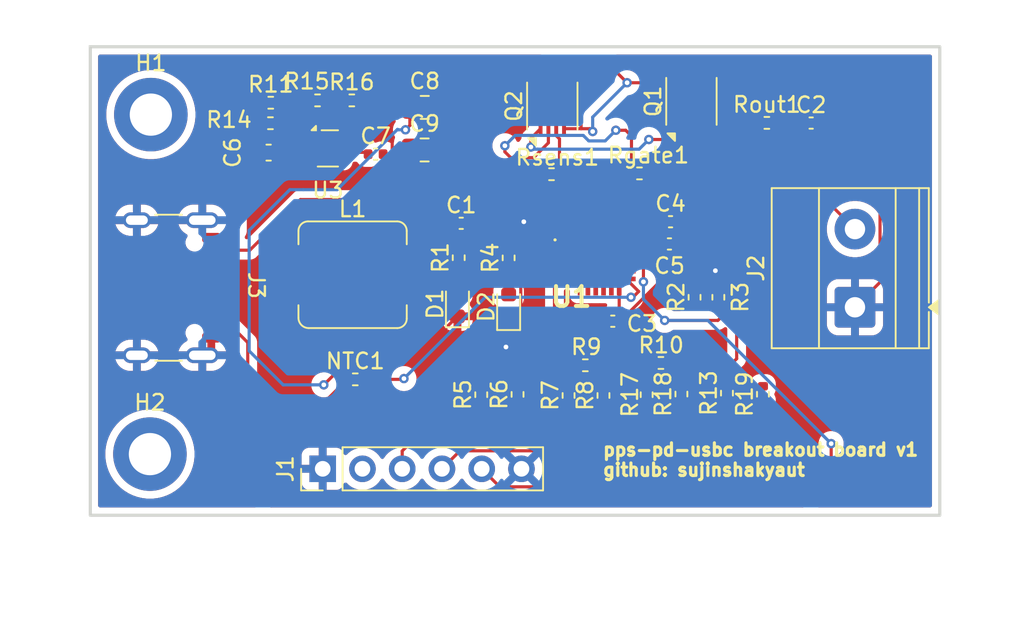
<source format=kicad_pcb>
(kicad_pcb (version 20241229) (generator "pcbnew") (generator_version "9.0")
  (layers (0 "F.Cu" signal) (2 "B.Cu" signal) (13 "F.Paste" user) (15 "B.Paste" user) (5 "F.SilkS" user "F.Silkscreen") (7 "B.SilkS" user "B.Silkscreen") (1 "F.Mask" user) (3 "B.Mask" user) (25 "Edge.Cuts" user))
  (net 0 "")
  (net 1 "GND")
  (net 2 "/ISENP")
  (net 3 "/VOUT")
  (net 4 "Net-(U1-V18)")
  (net 5 "/V5V")
  (net 6 "Net-(U1-IFB)")
  (net 7 "Net-(U3-SS)")
  (net 8 "/TPS_BOOT")
  (net 9 "/TPS_SW")
  (net 10 "+5V")
  (net 11 "Net-(D1-A)")
  (net 12 "Net-(D2-A)")
  (net 13 "/INT")
  (net 14 "/SDA")
  (net 15 "+3.3V")
  (net 16 "/SCL")
  (net 17 "/CC1")
  (net 19 "/DP")
  (net 20 "/CC2")
  (net 22 "/DN")
  (net 23 "Net-(U1-OTP)")
  (net 24 "/NMOS Switch Control")
  (net 25 "Net-(Q1-D)")
  (net 26 "Net-(Q2-S)")
  (net 27 "Net-(U1-LED)")
  (net 28 "Net-(R5-Pad2)")
  (net 29 "/SDA5V")
  (net 30 "/SCL5V")
  (net 31 "Net-(R7-Pad2)")
  (net 32 "Net-(R11-Pad2)")
  (net 33 "Net-(U3-RT)")
  (net 34 "/PD")
  (net 35 "Net-(R13-Pad2)")
  (net 36 "/TPS_FB")
  (net 37 "Net-(R17-Pad2)")
  (net 38 "/PD3.3V")
  (net 39 "/Vout")
  (footprint "Capacitor_SMD:C_0603_1608Metric" (layer "F.Cu") (at 40.595 25.44)
    (property "Reference" "C6" (at -2.305 0 90) (layer "F.SilkS"))
    (property "Value" "33n" (hide yes))
    (pad "1" smd roundrect (at -0.775 0) (size 0.9 0.95) (layers "F.Cu" "F.Mask" "F.Paste") (net 7 "Net-(U3-SS)"))
    (pad "2" smd roundrect (at 0.775 0) (size 0.9 0.95) (layers "F.Cu" "F.Mask" "F.Paste") (net 1 "GND"))
  )
  (footprint "Capacitor_SMD:C_0402_1005Metric" (layer "F.Cu") (at 66.275 29.86)
    (property "Reference" "C4" (at 0 -1.16 0) (layer "F.SilkS"))
    (property "Value" "1u" (hide yes))
    (pad "1" smd roundrect (at -0.48 0) (size 0.56 0.62) (layers "F.Cu" "F.Mask" "F.Paste") (net 5 "/V5V"))
    (pad "2" smd roundrect (at 0.48 0) (size 0.56 0.62) (layers "F.Cu" "F.Mask" "F.Paste") (net 1 "GND"))
  )
  (footprint "Resistor_SMD:R_0402_1005Metric" (layer "F.Cu") (at 67.81 34.69 90)
    (property "Reference" "R2" (at 0 -1.17 90) (layer "F.SilkS"))
    (property "Value" "5.1k" (hide yes))
    (pad "1" smd roundrect (at -0.51 0 90) (size 0.54 0.64) (layers "F.Cu" "F.Mask" "F.Paste") (net 1 "GND"))
    (pad "2" smd roundrect (at 0.51 0 90) (size 0.54 0.64) (layers "F.Cu" "F.Mask" "F.Paste") (net 17 "/CC1"))
  )
  (footprint "Package_DFN_QFN:DFN-8-1EP_3x3mm_P0.5mm_EP1.65x2.38mm" (layer "F.Cu") (at 67.61 22.16 90)
    (property "Reference" "Q1" (at 0 -2.45 90) (layer "F.SilkS"))
    (property "Value" "NMOS" (hide yes))
    (pad "1" smd roundrect (at -1.45 -0.75 90) (size 0.85 0.25) (layers "F.Cu" "F.Mask" "F.Paste") (net 25 "Net-(Q1-D)"))
    (pad "2" smd roundrect (at -1.45 -0.25 90) (size 0.85 0.25) (layers "F.Cu" "F.Mask" "F.Paste") (net 24 "/NMOS Switch Control"))
    (pad "3" smd roundrect (at -1.45 0.25 90) (size 0.85 0.25) (layers "F.Cu" "F.Mask" "F.Paste") (net 3 "/VOUT"))
    (pad "4" smd roundrect (at -1.45 0.75 90) (size 0.85 0.25) (layers "F.Cu" "F.Mask" "F.Paste"))
    (pad "5" smd roundrect (at 1.45 0.75 90) (size 0.85 0.25) (layers "F.Cu" "F.Mask" "F.Paste"))
    (pad "6" smd roundrect (at 1.45 0.25 90) (size 0.85 0.25) (layers "F.Cu" "F.Mask" "F.Paste"))
    (pad "7" smd roundrect (at 1.45 -0.25 90) (size 0.85 0.25) (layers "F.Cu" "F.Mask" "F.Paste"))
    (pad "8" smd roundrect (at 1.45 -0.75 90) (size 0.85 0.25) (layers "F.Cu" "F.Mask" "F.Paste"))
    (pad "9" smd rect (at 0 0 90) (size 1.65 2.38) (property pad_prop_heatsink) (layers "F.Cu" "F.Mask"))
  )
  (footprint "Resistor_SMD:R_0402_1005Metric" (layer "F.Cu") (at 56.5 40.9 90)
    (property "Reference" "R6" (at 0 -1.17 90) (layer "F.SilkS"))
    (property "Value" "7.65k" (hide yes))
    (pad "1" smd roundrect (at -0.51 0 90) (size 0.54 0.64) (layers "F.Cu" "F.Mask" "F.Paste") (net 28 "Net-(R5-Pad2)"))
    (pad "2" smd roundrect (at 0.51 0 90) (size 0.54 0.64) (layers "F.Cu" "F.Mask" "F.Paste") (net 14 "/SDA"))
  )
  (footprint "Resistor_SMD:R_0402_1005Metric" (layer "F.Cu") (at 55.93 32.17 90)
    (property "Reference" "R4" (at 0 -1.17 90) (layer "F.SilkS"))
    (property "Value" "1k" (hide yes))
    (pad "1" smd roundrect (at -0.51 0 90) (size 0.54 0.64) (layers "F.Cu" "F.Mask" "F.Paste") (net 12 "Net-(D2-A)"))
    (pad "2" smd roundrect (at 0.51 0 90) (size 0.54 0.64) (layers "F.Cu" "F.Mask" "F.Paste") (net 27 "Net-(U1-LED)"))
  )
  (footprint "Connector_USB:USB_C_Receptacle_GCT_USB4105-xx-A_16P_TopMnt_Horizontal" (layer "F.Cu") (at 33.25 34.08 -90)
    (property "Reference" "J3" (at -0.15 -6.56 270) (layer "F.SilkS"))
    (property "Value" "USB_C_Receptacle_USB2.0_16P")
    (pad "" np_thru_hole circle (at -2.89 -2.605 270) (size 0.65 0.65) (drill 0.65) (layers "*.Cu" "*.Mask"))
    (pad "" np_thru_hole circle (at 2.89 -2.605 270) (size 0.65 0.65) (drill 0.65) (layers "*.Cu" "*.Mask"))
    (pad "A1" smd roundrect (at -3.2 -3.68 270) (size 0.6 1.15) (layers "F.Cu" "F.Mask" "F.Paste") (net 1 "GND"))
    (pad "A4" smd roundrect (at -2.4 -3.68 270) (size 0.6 1.15) (layers "F.Cu" "F.Mask" "F.Paste") (net 2 "/ISENP"))
    (pad "A5" smd roundrect (at -1.25 -3.68 270) (size 0.3 1.15) (layers "F.Cu" "F.Mask" "F.Paste") (net 17 "/CC1"))
    (pad "A6" smd roundrect (at -0.25 -3.68 270) (size 0.3 1.15) (layers "F.Cu" "F.Mask" "F.Paste") (net 19 "/DP"))
    (pad "A7" smd roundrect (at 0.25 -3.68 270) (size 0.3 1.15) (layers "F.Cu" "F.Mask" "F.Paste") (net 22 "/DN"))
    (pad "A8" smd roundrect (at 1.25 -3.68 270) (size 0.3 1.15) (layers "F.Cu" "F.Mask" "F.Paste"))
    (pad "A9" smd roundrect (at 2.4 -3.68 270) (size 0.6 1.15) (layers "F.Cu" "F.Mask" "F.Paste") (net 2 "/ISENP"))
    (pad "A12" smd roundrect (at 3.2 -3.68 270) (size 0.6 1.15) (layers "F.Cu" "F.Mask" "F.Paste") (net 1 "GND"))
    (pad "B1" smd roundrect (at 3.2 -3.68 270) (size 0.6 1.15) (layers "F.Cu" "F.Mask" "F.Paste") (net 1 "GND"))
    (pad "B4" smd roundrect (at 2.4 -3.68 270) (size 0.6 1.15) (layers "F.Cu" "F.Mask" "F.Paste") (net 2 "/ISENP"))
    (pad "B5" smd roundrect (at 1.75 -3.68 270) (size 0.3 1.15) (layers "F.Cu" "F.Mask" "F.Paste") (net 20 "/CC2"))
    (pad "B6" smd roundrect (at 0.75 -3.68 270) (size 0.3 1.15) (layers "F.Cu" "F.Mask" "F.Paste") (net 19 "/DP"))
    (pad "B7" smd roundrect (at -0.75 -3.68 270) (size 0.3 1.15) (layers "F.Cu" "F.Mask" "F.Paste") (net 22 "/DN"))
    (pad "B8" smd roundrect (at -1.75 -3.68 270) (size 0.3 1.15) (layers "F.Cu" "F.Mask" "F.Paste"))
    (pad "B9" smd roundrect (at -2.4 -3.68 270) (size 0.6 1.15) (layers "F.Cu" "F.Mask" "F.Paste") (net 2 "/ISENP"))
    (pad "B12" smd roundrect (at -3.2 -3.68 270) (size 0.6 1.15) (layers "F.Cu" "F.Mask" "F.Paste") (net 1 "GND"))
    (pad "S1" thru_hole oval (at -4.32 -3.105 270) (size 1 2.1) (drill oval 0.6 1.7) (property pad_prop_heatsink) (layers "*.Cu" "*.Mask" "F.Paste") (net 1 "GND"))
    (pad "S1" thru_hole oval (at -4.32 1.075 270) (size 1 1.8) (drill oval 0.6 1.4) (property pad_prop_heatsink) (layers "*.Cu" "*.Mask" "F.Paste") (net 1 "GND"))
    (pad "S1" thru_hole oval (at 4.32 -3.105 270) (size 1 2.1) (drill oval 0.6 1.7) (property pad_prop_heatsink) (layers "*.Cu" "*.Mask" "F.Paste") (net 1 "GND"))
    (pad "S1" thru_hole oval (at 4.32 1.075 270) (size 1 1.8) (drill oval 0.6 1.4) (property pad_prop_heatsink) (layers "*.Cu" "*.Mask" "F.Paste") (net 1 "GND"))
  )
  (footprint "Resistor_SMD:R_0402_1005Metric" (layer "F.Cu") (at 64.29 26.77)
    (property "Reference" "Rgate1" (at 0.57 -1.16 0) (layer "F.SilkS"))
    (property "Value" "10" (hide yes))
    (pad "1" smd roundrect (at -0.51 0) (size 0.54 0.64) (layers "F.Cu" "F.Mask" "F.Paste") (net 24 "/NMOS Switch Control"))
    (pad "2" smd roundrect (at 0.51 0) (size 0.54 0.64) (layers "F.Cu" "F.Mask" "F.Paste") (net 24 "/NMOS Switch Control"))
  )
  (footprint "Package_DFN_QFN:DFN-8-1EP_3x3mm_P0.5mm_EP1.65x2.38mm" (layer "F.Cu") (at 58.72 22.46 90)
    (property "Reference" "Q2" (at 0 -2.45 90) (layer "F.SilkS"))
    (property "Value" "NMOS" (hide yes))
    (pad "1" smd roundrect (at -1.45 -0.75 90) (size 0.85 0.25) (layers "F.Cu" "F.Mask" "F.Paste") (net 25 "Net-(Q1-D)"))
    (pad "2" smd roundrect (at -1.45 -0.25 90) (size 0.85 0.25) (layers "F.Cu" "F.Mask" "F.Paste") (net 24 "/NMOS Switch Control"))
    (pad "3" smd roundrect (at -1.45 0.25 90) (size 0.85 0.25) (layers "F.Cu" "F.Mask" "F.Paste") (net 26 "Net-(Q2-S)"))
    (pad "4" smd roundrect (at -1.45 0.75 90) (size 0.85 0.25) (layers "F.Cu" "F.Mask" "F.Paste"))
    (pad "5" smd roundrect (at 1.45 0.75 90) (size 0.85 0.25) (layers "F.Cu" "F.Mask" "F.Paste"))
    (pad "6" smd roundrect (at 1.45 0.25 90) (size 0.85 0.25) (layers "F.Cu" "F.Mask" "F.Paste"))
    (pad "7" smd roundrect (at 1.45 -0.25 90) (size 0.85 0.25) (layers "F.Cu" "F.Mask" "F.Paste"))
    (pad "8" smd roundrect (at 1.45 -0.75 90) (size 0.85 0.25) (layers "F.Cu" "F.Mask" "F.Paste"))
    (pad "9" smd rect (at 0 0 90) (size 1.65 2.38) (property pad_prop_heatsink) (layers "F.Cu" "F.Mask"))
  )
  (footprint "Resistor_SMD:R_0402_1005Metric" (layer "F.Cu") (at 60.83 39.04)
    (property "Reference" "R9" (at 0.065 -1.175 0) (layer "F.SilkS"))
    (property "Value" "5.1k" (hide yes))
    (pad "1" smd roundrect (at -0.51 0) (size 0.54 0.64) (layers "F.Cu" "F.Mask" "F.Paste") (net 30 "/SCL5V"))
    (pad "2" smd roundrect (at 0.51 0) (size 0.54 0.64) (layers "F.Cu" "F.Mask" "F.Paste") (net 10 "+5V"))
  )
  (footprint "Resistor_SMD:R_0402_1005Metric" (layer "F.Cu") (at 69.88 40.82 90)
    (property "Reference" "R13" (at 0 -1.17 90) (layer "F.SilkS"))
    (property "Value" "5.1k" (hide yes))
    (pad "1" smd roundrect (at -0.51 0 90) (size 0.54 0.64) (layers "F.Cu" "F.Mask" "F.Paste") (net 34 "/PD"))
    (pad "2" smd roundrect (at 0.51 0 90) (size 0.54 0.64) (layers "F.Cu" "F.Mask" "F.Paste") (net 35 "Net-(R13-Pad2)"))
  )
  (footprint "Resistor_SMD:R_0402_1005Metric" (layer "F.Cu") (at 72.43 23.5375)
    (property "Reference" "Rout1" (at 0 -1.17 0) (layer "F.SilkS"))
    (property "Value" "200")
    (pad "1" smd roundrect (at -0.51 0) (size 0.54 0.64) (layers "F.Cu" "F.Mask" "F.Paste") (net 3 "/VOUT"))
    (pad "2" smd roundrect (at 0.51 0) (size 0.54 0.64) (layers "F.Cu" "F.Mask" "F.Paste") (net 39 "/Vout"))
  )
  (footprint "Resistor_SMD:R_0402_1005Metric" (layer "F.Cu") (at 66.97 40.88 90)
    (property "Reference" "R18" (at 0 -1.17 90) (layer "F.SilkS"))
    (property "Value" "7.65k" (hide yes))
    (pad "1" smd roundrect (at -0.51 0 90) (size 0.54 0.64) (layers "F.Cu" "F.Mask" "F.Paste") (net 37 "Net-(R17-Pad2)"))
    (pad "2" smd roundrect (at 0.51 0 90) (size 0.54 0.64) (layers "F.Cu" "F.Mask" "F.Paste") (net 15 "+3.3V"))
  )
  (footprint "LED_SMD:LED_0603_1608Metric" (layer "F.Cu") (at 52.66 35.12 90)
    (property "Reference" "D1" (at 0 -1.43 90) (layer "F.SilkS"))
    (property "Value" "LED" (hide yes))
    (pad "1" smd roundrect (at -0.7875 0 90) (size 0.875 0.95) (layers "F.Cu" "F.Mask" "F.Paste") (net 1 "GND"))
    (pad "2" smd roundrect (at 0.7875 0 90) (size 0.875 0.95) (layers "F.Cu" "F.Mask" "F.Paste") (net 11 "Net-(D1-A)"))
  )
  (footprint "LED_SMD:LED_0603_1608Metric" (layer "F.Cu") (at 55.93 35.3 90)
    (property "Reference" "D2" (at 0 -1.43 90) (layer "F.SilkS"))
    (property "Value" "LED" (hide yes))
    (pad "1" smd roundrect (at -0.7875 0 90) (size 0.875 0.95) (layers "F.Cu" "F.Mask" "F.Paste") (net 1 "GND"))
    (pad "2" smd roundrect (at 0.7875 0 90) (size 0.875 0.95) (layers "F.Cu" "F.Mask" "F.Paste") (net 12 "Net-(D2-A)"))
  )
  (footprint "Resistor_SMD:R_0402_1005Metric" (layer "F.Cu") (at 64.75 40.92 90)
    (property "Reference" "R17" (at 0 -1.07 90) (layer "F.SilkS"))
    (property "Value" "5.1k" (hide yes))
    (pad "1" smd roundrect (at -0.51 0 90) (size 0.54 0.64) (layers "F.Cu" "F.Mask" "F.Paste") (net 10 "+5V"))
    (pad "2" smd roundrect (at 0.51 0 90) (size 0.54 0.64) (layers "F.Cu" "F.Mask" "F.Paste") (net 37 "Net-(R17-Pad2)"))
  )
  (footprint "Resistor_SMD:R_0402_1005Metric" (layer "F.Cu") (at 45.91 22.1)
    (property "Reference" "R16" (at 0 -1.17 0) (layer "F.SilkS"))
    (property "Value" "10k" (hide yes))
    (pad "1" smd roundrect (at -0.51 0) (size 0.54 0.64) (layers "F.Cu" "F.Mask" "F.Paste") (net 36 "/TPS_FB"))
    (pad "2" smd roundrect (at 0.51 0) (size 0.54 0.64) (layers "F.Cu" "F.Mask" "F.Paste") (net 1 "GND"))
  )
  (footprint "Resistor_SMD:R_0402_1005Metric" (layer "F.Cu") (at 40.73 22.25)
    (property "Reference" "R11" (at 0 -1.17 0) (layer "F.SilkS"))
    (property "Value" "10k" (hide yes))
    (pad "1" smd roundrect (at -0.51 0) (size 0.54 0.64) (layers "F.Cu" "F.Mask" "F.Paste") (net 33 "Net-(U3-RT)"))
    (pad "2" smd roundrect (at 0.51 0) (size 0.54 0.64) (layers "F.Cu" "F.Mask" "F.Paste") (net 32 "Net-(R11-Pad2)"))
  )
  (footprint "Resistor_SMD:R_0402_1005Metric" (layer "F.Cu") (at 72.18 40.89 90)
    (property "Reference" "R19" (at 0 -1.17 90) (layer "F.SilkS"))
    (property "Value" "7.65k" (hide yes))
    (pad "1" smd roundrect (at -0.51 0 90) (size 0.54 0.64) (layers "F.Cu" "F.Mask" "F.Paste") (net 35 "Net-(R13-Pad2)"))
    (pad "2" smd roundrect (at 0.51 0 90) (size 0.54 0.64) (layers "F.Cu" "F.Mask" "F.Paste") (net 38 "/PD3.3V"))
  )
  (footprint "Custom Footprints:PD Sink IC" (layer "F.Cu") (at 61.745 32.27)
    (property "Reference" "U1" (at -1.82 2.4 0) (layer "F.SilkS") (effects (font (size 1.27 1.27) (thickness 0.254))))
    (property "Value" "AP33772S" (hide yes))
    (pad "1" smd rect (at -1.925 -1.25 90) (size 0.3 0.75) (layers "F.Cu" "F.Mask" "F.Paste") (net 2 "/ISENP"))
    (pad "2" smd rect (at -1.925 -0.75 90) (size 0.3 0.75) (layers "F.Cu" "F.Mask" "F.Paste"))
    (pad "3" smd rect (at -1.925 -0.25 90) (size 0.3 0.75) (layers "F.Cu" "F.Mask" "F.Paste") (net 1 "GND"))
    (pad "4" smd rect (at -1.925 0.25 90) (size 0.3 0.75) (layers "F.Cu" "F.Mask" "F.Paste") (net 29 "/SDA5V"))
    (pad "5" smd rect (at -1.925 0.75 90) (size 0.3 0.75) (layers "F.Cu" "F.Mask" "F.Paste") (net 30 "/SCL5V"))
    (pad "6" smd rect (at -1.925 1.25 90) (size 0.3 0.75) (layers "F.Cu" "F.Mask" "F.Paste"))
    (pad "7" smd rect (at -1.25 1.925) (size 0.3 0.75) (layers "F.Cu" "F.Mask" "F.Paste"))
    (pad "8" smd rect (at -0.75 1.925) (size 0.3 0.75) (layers "F.Cu" "F.Mask" "F.Paste") (net 27 "Net-(U1-LED)"))
    (pad "9" smd rect (at -0.25 1.925) (size 0.3 0.75) (layers "F.Cu" "F.Mask" "F.Paste") (net 34 "/PD"))
    (pad "10" smd rect (at 0.25 1.925) (size 0.3 0.75) (layers "F.Cu" "F.Mask" "F.Paste"))
    (pad "11" smd rect (at 0.75 1.925) (size 0.3 0.75) (layers "F.Cu" "F.Mask" "F.Paste"))
    (pad "12" smd rect (at 1.25 1.925) (size 0.3 0.75) (layers "F.Cu" "F.Mask" "F.Paste") (net 4 "Net-(U1-V18)"))
    (pad "13" smd rect (at 1.925 1.25 90) (size 0.3 0.75) (layers "F.Cu" "F.Mask" "F.Paste") (net 23 "Net-(U1-OTP)"))
    (pad "14" smd rect (at 1.925 0.75 90) (size 0.3 0.75) (layers "F.Cu" "F.Mask" "F.Paste"))
    (pad "15" smd rect (at 1.925 0.25 90) (size 0.3 0.75) (layers "F.Cu" "F.Mask" "F.Paste") (net 6 "Net-(U1-IFB)"))
    (pad "16" smd rect (at 1.925 -0.25 90) (size 0.3 0.75) (layers "F.Cu" "F.Mask" "F.Paste") (net 20 "/CC2"))
    (pad "17" smd rect (at 1.925 -0.75 90) (size 0.3 0.75) (layers "F.Cu" "F.Mask" "F.Paste") (net 17 "/CC1"))
    (pad "18" smd rect (at 1.925 -1.25 90) (size 0.3 0.75) (layers "F.Cu" "F.Mask" "F.Paste") (net 22 "/DN"))
    (pad "19" smd rect (at 1.25 -1.925) (size 0.3 0.75) (layers "F.Cu" "F.Mask" "F.Paste") (net 19 "/DP"))
    (pad "20" smd rect (at 0.75 -1.925) (size 0.3 0.75) (layers "F.Cu" "F.Mask" "F.Paste") (net 5 "/V5V"))
    (pad "21" smd rect (at 0.25 -1.925) (size 0.3 0.75) (layers "F.Cu" "F.Mask" "F.Paste"))
    (pad "22" smd rect (at -0.25 -1.925) (size 0.3 0.75) (layers "F.Cu" "F.Mask" "F.Paste") (net 39 "/Vout"))
    (pad "23" smd rect (at -0.75 -1.925) (size 0.3 0.75) (layers "F.Cu" "F.Mask" "F.Paste") (net 24 "/NMOS Switch Control"))
    (pad "24" smd rect (at -1.25 -1.925) (size 0.3 0.75) (layers "F.Cu" "F.Mask" "F.Paste") (net 26 "Net-(Q2-S)"))
    (pad "25" smd rect (at 0 0 90) (size 2.7 2.7) (layers "F.Cu" "F.Mask" "F.Paste"))
  )
  (footprint "Resistor_SMD:R_0402_1005Metric" (layer "F.Cu") (at 46.13 39.94)
    (property "Reference" "NTC1" (at 0 -1.17 0) (layer "F.SilkS"))
    (property "Value" "10k@25C" (hide yes))
    (pad "1" smd roundrect (at -0.51 0) (size 0.54 0.64) (layers "F.Cu" "F.Mask" "F.Paste") (net 1 "GND"))
    (pad "2" smd roundrect (at 0.51 0) (size 0.54 0.64) (layers "F.Cu" "F.Mask" "F.Paste") (net 23 "Net-(U1-OTP)"))
  )
  (footprint "Connector_PinHeader_2.54mm:PinHeader_1x06_P2.54mm_Vertical" (layer "F.Cu") (at 44.05 45.66 90)
    (property "Reference" "J1" (at 0 -2.38 90) (layer "F.SilkS"))
    (property "Value" "Conn_01x06_Pin")
    (pad "1" thru_hole rect (at 0 0 90) (size 1.7 1.7) (drill 1) (layers "*.Cu" "*.Mask") (net 1 "GND"))
    (pad "2" thru_hole circle (at 0 2.54 90) (size 1.7 1.7) (drill 1) (layers "*.Cu" "*.Mask") (net 13 "/INT"))
    (pad "3" thru_hole circle (at 0 5.08 90) (size 1.7 1.7) (drill 1) (layers "*.Cu" "*.Mask") (net 14 "/SDA"))
    (pad "4" thru_hole circle (at 0 7.62 90) (size 1.7 1.7) (drill 1) (layers "*.Cu" "*.Mask") (net 16 "/SCL"))
    (pad "5" thru_hole circle (at 0 10.16 90) (size 1.7 1.7) (drill 1) (layers "*.Cu" "*.Mask") (net 15 "+3.3V"))
    (pad "6" thru_hole circle (at 0 12.7 90) (size 1.7 1.7) (drill 1) (layers "*.Cu" "*.Mask") (net 1 "GND"))
  )
  (footprint "Resistor_SMD:R_0402_1005Metric" (layer "F.Cu") (at 69.33 34.69 90)
    (property "Reference" "R3" (at 0 1.4 90) (layer "F.SilkS"))
    (property "Value" "5.1k" (hide yes))
    (pad "1" smd roundrect (at -0.51 0 90) (size 0.54 0.64) (layers "F.Cu" "F.Mask" "F.Paste") (net 1 "GND"))
    (pad "2" smd roundrect (at 0.51 0 90) (size 0.54 0.64) (layers "F.Cu" "F.Mask" "F.Paste") (net 20 "/CC2"))
  )
  (footprint "Resistor_SMD:R_0402_1005Metric" (layer "F.Cu") (at 58.67 26.82)
    (property "Reference" "Rsens1" (at 0.37 -1.07 0) (layer "F.SilkS"))
    (property "Value" "5m")
    (pad "1" smd roundrect (at -0.51 0) (size 0.54 0.64) (layers "F.Cu" "F.Mask" "F.Paste") (net 2 "/ISENP"))
    (pad "2" smd roundrect (at 0.51 0) (size 0.54 0.64) (layers "F.Cu" "F.Mask" "F.Paste") (net 26 "Net-(Q2-S)"))
  )
  (footprint "Capacitor_SMD:C_0805_2012Metric" (layer "F.Cu") (at 50.56 25.27)
    (property "Reference" "C9" (at 0 -1.68 0) (layer "F.SilkS"))
    (property "Value" "22u" (hide yes))
    (pad "1" smd roundrect (at -0.95 0) (size 1 1.45) (layers "F.Cu" "F.Mask" "F.Paste") (net 10 "+5V"))
    (pad "2" smd roundrect (at 0.95 0) (size 1 1.45) (layers "F.Cu" "F.Mask" "F.Paste") (net 1 "GND"))
  )
  (footprint "Package_TO_SOT_SMD:SOT-583-8" (layer "F.Cu") (at 44.38 25.17)
    (property "Reference" "U3" (at 0 2.68 0) (layer "F.SilkS"))
    (property "Value" "TPS62933DRLR" (hide yes))
    (pad "1" smd roundrect (at -0.74 -0.75) (size 0.67 0.3) (layers "F.Cu" "F.Mask" "F.Paste") (roundrect_rratio 0.1666666667) (net 33 "Net-(U3-RT)"))
    (pad "2" smd roundrect (at -0.74 -0.25) (size 0.67 0.3) (layers "F.Cu" "F.Mask" "F.Paste") (roundrect_rratio 0.1666666667))
    (pad "3" smd roundrect (at -0.74 0.25) (size 0.67 0.3) (layers "F.Cu" "F.Mask" "F.Paste") (roundrect_rratio 0.1666666667) (net 2 "/ISENP"))
    (pad "4" smd roundrect (at -0.74 0.75) (size 0.67 0.3) (layers "F.Cu" "F.Mask" "F.Paste") (roundrect_rratio 0.1666666667) (net 1 "GND"))
    (pad "5" smd roundrect (at 0.74 0.75) (size 0.67 0.3) (layers "F.Cu" "F.Mask" "F.Paste") (roundrect_rratio 0.1666666667) (net 9 "/TPS_SW"))
    (pad "6" smd roundrect (at 0.74 0.25) (size 0.67 0.3) (layers "F.Cu" "F.Mask" "F.Paste") (roundrect_rratio 0.1666666667) (net 8 "/TPS_BOOT"))
    (pad "7" smd roundrect (at 0.74 -0.25) (size 0.67 0.3) (layers "F.Cu" "F.Mask" "F.Paste") (roundrect_rratio 0.1666666667) (net 7 "Net-(U3-SS)"))
    (pad "8" smd roundrect (at 0.74 -0.75) (size 0.67 0.3) (layers "F.Cu" "F.Mask" "F.Paste") (roundrect_rratio 0.1666666667) (net 36 "/TPS_FB"))
  )
  (footprint "Capacitor_SMD:C_0402_1005Metric" (layer "F.Cu") (at 52.9 29.96)
    (property "Reference" "C1" (at 0 -1.16 0) (layer "F.SilkS"))
    (property "Value" "10u")
    (pad "1" smd roundrect (at -0.48 0) (size 0.56 0.62) (layers "F.Cu" "F.Mask" "F.Paste") (net 2 "/ISENP"))
    (pad "2" smd roundrect (at 0.48 0) (size 0.56 0.62) (layers "F.Cu" "F.Mask" "F.Paste") (net 1 "GND"))
  )
  (footprint "MountingHole:MountingHole_2.7mm_M2.5_DIN965_Pad_TopBottom" (layer "F.Cu") (at 33.01 44.72)
    (property "Reference" "H2" (at 0 -3.3 0) (layer "F.SilkS"))
    (property "Value" "MountingHole")
    (pad "1" thru_hole circle (at 0 0) (size 3.1 3.1) (drill 2.7) (layers "*.Cu" "*.Mask"))
    (pad "1" connect circle (at 0 0) (size 4.7 4.7) (layers "F.Cu" "F.Mask"))
    (pad "1" connect circle (at 0 0) (size 4.7 4.7) (layers "B.Cu" "B.Mask"))
  )
  (footprint "Capacitor_SMD:C_0402_1005Metric" (layer "F.Cu") (at 75.26 23.55)
    (property "Reference" "C2" (at 0 -1.16 0) (layer "F.SilkS"))
    (property "Value" "10u")
    (pad "1" smd roundrect (at -0.48 0) (size 0.56 0.62) (layers "F.Cu" "F.Mask" "F.Paste") (net 3 "/VOUT"))
    (pad "2" smd roundrect (at 0.48 0) (size 0.56 0.62) (layers "F.Cu" "F.Mask" "F.Paste") (net 1 "GND"))
  )
  (footprint "Capacitor_SMD:C_0402_1005Metric" (layer "F.Cu") (at 66.205 31.28 180)
    (property "Reference" "C5" (at -0.01 -1.4 0) (layer "F.SilkS"))
    (property "Value" "100n" (hide yes))
    (pad "1" smd roundrect (at -0.48 0 180) (size 0.56 0.62) (layers "F.Cu" "F.Mask" "F.Paste") (net 6 "Net-(U1-IFB)"))
    (pad "2" smd roundrect (at 0.48 0 180) (size 0.56 0.62) (layers "F.Cu" "F.Mask" "F.Paste") (net 1 "GND"))
  )
  (footprint "Resistor_SMD:R_0402_1005Metric" (layer "F.Cu") (at 40.71 23.56)
    (property "Reference" "R14" (at -2.65 -0.22 0) (layer "F.SilkS"))
    (property "Value" "10k" (hide yes))
    (pad "1" smd roundrect (at -0.51 0) (size 0.54 0.64) (layers "F.Cu" "F.Mask" "F.Paste") (net 32 "Net-(R11-Pad2)"))
    (pad "2" smd roundrect (at 0.51 0) (size 0.54 0.64) (layers "F.Cu" "F.Mask" "F.Paste") (net 1 "GND"))
  )
  (footprint "Resistor_SMD:R_0402_1005Metric" (layer "F.Cu") (at 52.74 32.16 90)
    (property "Reference" "R1" (at 0 -1.17 90) (layer "F.SilkS"))
    (property "Value" "100k" (hide yes))
    (pad "1" smd roundrect (at -0.51 0 90) (size 0.54 0.64) (layers "F.Cu" "F.Mask" "F.Paste") (net 2 "/ISENP"))
    (pad "2" smd roundrect (at 0.51 0 90) (size 0.54 0.64) (layers "F.Cu" "F.Mask" "F.Paste") (net 11 "Net-(D1-A)"))
  )
  (footprint "Resistor_SMD:R_0402_1005Metric" (layer "F.Cu") (at 61.99 40.97 90)
    (property "Reference" "R8" (at 0 -1.17 90) (layer "F.SilkS"))
    (property "Value" "7.65k" (hide yes))
    (pad "1" smd roundrect (at -0.51 0 90) (size 0.54 0.64) (layers "F.Cu" "F.Mask" "F.Paste") (net 31 "Net-(R7-Pad2)"))
    (pad "2" smd roundrect (at 0.51 0 90) (size 0.54 0.64) (layers "F.Cu" "F.Mask" "F.Paste") (net 16 "/SCL"))
  )
  (footprint "Resistor_SMD:R_0402_1005Metric" (layer "F.Cu") (at 54.18 40.92 90)
    (property "Reference" "R5" (at 0 -1.17 90) (layer "F.SilkS"))
    (property "Value" "5.1k" (hide yes))
    (pad "1" smd roundrect (at -0.51 0 90) (size 0.54 0.64) (layers "F.Cu" "F.Mask" "F.Paste") (net 29 "/SDA5V"))
    (pad "2" smd roundrect (at 0.51 0 90) (size 0.54 0.64) (layers "F.Cu" "F.Mask" "F.Paste") (net 28 "Net-(R5-Pad2)"))
  )
  (footprint "Resistor_SMD:R_0402_1005Metric" (layer "F.Cu") (at 43.72 22.1)
    (property "Reference" "R15" (at -0.68 -1.22 0) (layer "F.SilkS"))
    (property "Value" "52.3k" (hide yes))
    (pad "1" smd roundrect (at -0.51 0) (size 0.54 0.64) (layers "F.Cu" "F.Mask" "F.Paste") (net 10 "+5V"))
    (pad "2" smd roundrect (at 0.51 0) (size 0.54 0.64) (layers "F.Cu" "F.Mask" "F.Paste") (net 36 "/TPS_FB"))
  )
  (footprint "Capacitor_SMD:C_0402_1005Metric" (layer "F.Cu") (at 47.43 25.54)
    (property "Reference" "C7" (at 0 -1.16 0) (layer "F.SilkS"))
    (property "Value" "100nF" (hide yes))
    (pad "1" smd roundrect (at -0.48 0) (size 0.56 0.62) (layers "F.Cu" "F.Mask" "F.Paste") (net 8 "/TPS_BOOT"))
    (pad "2" smd roundrect (at 0.48 0) (size 0.56 0.62) (layers "F.Cu" "F.Mask" "F.Paste") (net 9 "/TPS_SW"))
  )
  (footprint "Inductor_SMD:L_Bourns_SRP7028A_7.3x6.6mm" (layer "F.Cu") (at 45.96 33.25)
    (property "Reference" "L1" (at 0 -4.2 0) (layer "F.SilkS"))
    (property "Value" "3.3u")
    (pad "1" smd rect (at -2.725 0) (size 2.95 3.5) (layers "F.Cu" "F.Mask" "F.Paste") (net 9 "/TPS_SW"))
    (pad "2" smd rect (at 2.725 0) (size 2.95 3.5) (layers "F.Cu" "F.Mask" "F.Paste") (net 10 "+5V"))
  )
  (footprint "MountingHole:MountingHole_2.7mm_M2.5_DIN965_Pad_TopBottom" (layer "F.Cu") (at 33.07 23.01)
    (property "Reference" "H1" (at 0 -3.3 0) (layer "F.SilkS"))
    (property "Value" "MountingHole")
    (pad "1" thru_hole circle (at 0 0) (size 3.1 3.1) (drill 2.7) (layers "*.Cu" "*.Mask"))
    (pad "1" connect circle (at 0 0) (size 4.7 4.7) (layers "F.Cu" "F.Mask"))
    (pad "1" connect circle (at 0 0) (size 4.7 4.7) (layers "B.Cu" "B.Mask"))
  )
  (footprint "Capacitor_SMD:C_0805_2012Metric" (layer "F.Cu") (at 50.57 22.55)
    (property "Reference" "C8" (at 0 -1.68 0) (layer "F.SilkS"))
    (property "Value" "22u" (hide yes))
    (pad "1" smd roundrect (at -0.95 0) (size 1 1.45) (layers "F.Cu" "F.Mask" "F.Paste") (net 10 "+5V"))
    (pad "2" smd roundrect (at 0.95 0) (size 1 1.45) (layers "F.Cu" "F.Mask" "F.Paste") (net 1 "GND"))
  )
  (footprint "Capacitor_SMD:C_0402_1005Metric" (layer "F.Cu") (at 62.585 36.22)
    (property "Reference" "C3" (at 1.86 0.16 0) (layer "F.SilkS"))
    (property "Value" "100n" (hide yes))
    (pad "1" smd roundrect (at -0.48 0) (size 0.56 0.62) (layers "F.Cu" "F.Mask" "F.Paste") (net 4 "Net-(U1-V18)"))
    (pad "2" smd roundrect (at 0.48 0) (size 0.56 0.62) (layers "F.Cu" "F.Mask" "F.Paste") (net 1 "GND"))
  )
  (footprint "TerminalBlock_Phoenix:TerminalBlock_Phoenix_MKDS-1,5-2_1x02_P5.00mm_Horizontal" (layer "F.Cu") (at 78.06 35.33 90)
    (property "Reference" "J2" (at 2.5 -6.32 90) (layer "F.SilkS"))
    (property "Value" "Screw_Terminal_5mm")
    (pad "1" thru_hole roundrect (at 0 0 90) (size 2.6 2.6) (drill 1.3) (layers "*.Cu" "*.Mask") (roundrect_rratio 0.096154) (net 1 "GND"))
    (pad "2" thru_hole circle (at 5 0 90) (size 2.6 2.6) (drill 1.3) (layers "*.Cu" "*.Mask") (net 3 "/VOUT"))
  )
  (footprint "Resistor_SMD:R_0402_1005Metric" (layer "F.Cu") (at 65.66 38.89)
    (property "Reference" "R10" (at 0.015 -1.135 0) (layer "F.SilkS"))
    (property "Value" "5.1k" (hide yes))
    (pad "1" smd roundrect (at -0.51 0) (size 0.54 0.64) (layers "F.Cu" "F.Mask" "F.Paste") (net 29 "/SDA5V"))
    (pad "2" smd roundrect (at 0.51 0) (size 0.54 0.64) (layers "F.Cu" "F.Mask" "F.Paste") (net 10 "+5V"))
  )
  (footprint "Resistor_SMD:R_0402_1005Metric" (layer "F.Cu") (at 59.76 40.97 90)
    (property "Reference" "R7" (at 0 -1.17 90) (layer "F.SilkS"))
    (property "Value" "5.1k" (hide yes))
    (pad "1" smd roundrect (at -0.51 0 90) (size 0.54 0.64) (layers "F.Cu" "F.Mask" "F.Paste") (net 30 "/SCL5V"))
    (pad "2" smd roundrect (at 0.51 0 90) (size 0.54 0.64) (layers "F.Cu" "F.Mask" "F.Paste") (net 31 "Net-(R7-Pad2)"))
  )
  (gr_rect (start 29.2 18.67) (end 83.48 48.63) (stroke (width 0.2)) (fill no) (layer "Edge.Cuts"))
  (gr_text "pps-pd-usbc breakout board v1\ngithub: sujinshakyaut\n\n" (at 61.86 47.48 0) (layer "F.SilkS") (effects (font (size 0.8 0.8) (thickness 0.2) (bold yes)) (justify left bottom)))
  (segment (start 59.47 21.01) (end 58.97 21.01) (width 0.2) (layer "F.Cu") (net 0))
  (segment (start 63.5 20.97) (end 62.1 19.57) (width 0.2) (layer "F.Cu") (net 0))
  (segment (start 66.6 20.97) (end 66.86 20.71) (width 0.2) (layer "F.Cu") (net 0))
  (segment (start 61.12 23.91) (end 61.3 24.09) (width 0.2) (layer "F.Cu") (net 0))
  (segment (start 67.86 20.71) (end 68.36 20.71) (width 0.2) (layer "F.Cu") (net 0))
  (segment (start 60.56 23.91) (end 60.56 21.28) (width 0.2) (layer "F.Cu") (net 0))
  (segment (start 58.63 19.57) (end 58.63 19.95) (width 0.2) (layer "F.Cu") (net 0))
  (segment (start 57.82 20.76) (end 57.97 20.91) (width 0.2) (layer "F.Cu") (net 0))
  (segment (start 63.5 20.97) (end 66.6 20.97) (width 0.2) (layer "F.Cu") (net 0))
  (segment (start 66.86 20.71) (end 67.36 20.71) (width 0.2) (layer "F.Cu") (net 0))
  (segment (start 60.56 21.28) (end 60.29 21.01) (width 0.2) (layer "F.Cu") (net 0))
  (segment (start 60.29 21.01) (end 59.47 21.01) (width 0.2) (layer "F.Cu") (net 0))
  (segment (start 59.47 23.91) (end 60.56 23.91) (width 0.2) (layer "F.Cu") (net 0))
  (segment (start 60.56 23.91) (end 61.12 23.91) (width 0.2) (layer "F.Cu") (net 0))
  (segment (start 58.47 21.01) (end 58.97 21.01) (width 0.2) (layer "F.Cu") (net 0))
  (segment (start 57.97 21.01) (end 58.47 21.01) (width 0.2) (layer "F.Cu") (net 0))
  (segment (start 57.97 20.91) (end 57.97 21.01) (width 0.2) (layer "F.Cu") (net 0))
  (segment (start 67.36 20.71) (end 67.86 20.71) (width 0.2) (layer "F.Cu") (net 0))
  (segment (start 58.63 19.95) (end 57.82 20.76) (width 0.2) (layer "F.Cu") (net 0))
  (segment (start 62.1 19.57) (end 58.63 19.57) (width 0.2) (layer "F.Cu") (net 0))
  (via (at 63.5 20.97) (size 0.6) (drill 0.3) (layers "F.Cu" "B.Cu") (net 0))
  (via (at 61.3 24.09) (size 0.6) (drill 0.3) (layers "F.Cu" "B.Cu") (net 0))
  (segment (start 61.3 23.17) (end 63.5 20.97) (width 0.2) (layer "B.Cu") (net 0))
  (segment (start 61.3 24.09) (end 61.3 23.17) (width 0.2) (layer "B.Cu") (net 0))
  (segment (start 41.22 25.29) (end 41.37 25.44) (width 0.2) (layer "F.Cu") (net 1))
  (segment (start 55.75 35.9075) (end 55.93 36.0875) (width 0.2) (layer "F.Cu") (net 1))
  (segment (start 41.22 23.56) (end 41.22 25.29) (width 0.2) (layer "F.Cu") (net 1))
  (segment (start 48.16 37.4) (end 51.51 37.4) (width 0.2) (layer "F.Cu") (net 1))
  (segment (start 48.491 26.281) (end 49.02 26.81) (width 0.2) (layer "F.Cu") (net 1))
  (segment (start 44.05 41.51) (end 45.62 39.94) (width 0.2) (layer "F.Cu") (net 1))
  (segment (start 79.661 27.471) (end 79.661 33.729) (width 0.2) (layer "F.Cu") (net 1))
  (segment (start 53.38 29.96) (end 53.38 26.05) (width 0.2) (layer "F.Cu") (net 1))
  (segment (start 57.696 30.626) (end 56.596 30.626) (width 0.2) (layer "F.Cu") (net 1))
  (segment (start 45.62 39.94) (end 48.16 37.4) (width 0.2) (layer "F.Cu") (net 1))
  (segment (start 44.53 26.81) (end 49.02 26.81) (width 0.2) (layer "F.Cu") (net 1))
  (segment (start 51.51 25.27) (end 51.51 22.56) (width 0.2) (layer "F.Cu") (net 1))
  (segment (start 48.491 24.171) (end 48.491 26.281) (width 0.2) (layer "F.Cu") (net 1))
  (segment (start 54.046 30.626) (end 56.596 30.626) (width 0.2) (layer "F.Cu") (net 1))
  (segment (start 43.64 25.92) (end 44.53 26.81) (width 0.2) (layer "F.Cu") (net 1))
  (segment (start 65.725 33.56) (end 67.365 35.2) (width 0.2) (layer "F.Cu") (net 1))
  (segment (start 52.66 35.9075) (end 55.75 35.9075) (width 0.2) (layer "F.Cu") (net 1))
  (segment (start 68.709 34.579) (end 68.709 33.421) (width 0.2) (layer "F.Cu") (net 1))
  (segment (start 59.82 32.02) (end 59.09 32.02) (width 0.2) (layer "F.Cu") (net 1))
  (segment (start 51.51 37.0575) (end 52.66 35.9075) (width 0.2) (layer "F.Cu") (net 1))
  (segment (start 53.38 29.96) (end 54.046 30.626) (width 0.2) (layer "F.Cu") (net 1))
  (segment (start 52.44 25.27) (end 51.51 25.27) (width 0.2) (layer "F.Cu") (net 1))
  (segment (start 53.48 29.86) (end 56.9 29.86) (width 0.2) (layer "F.Cu") (net 1))
  (segment (start 63.065 36.22) (end 65.725 33.56) (width 0.2) (layer "F.Cu") (net 1))
  (segment (start 56.596 30.626) (end 56.706 30.736) (width 0.2) (layer "F.Cu") (net 1))
  (segment (start 55.76 37.87) (end 55.76 36.2575) (width 0.2) (layer "F.Cu") (net 1))
  (segment (start 69.33 35.2) (end 68.709 34.579) (width 0.2) (layer "F.Cu") (net 1))
  (segment (start 53.38 29.96) (end 53.48 29.86) (width 0.2) (layer "F.Cu") (net 1))
  (segment (start 51.51 37.4) (end 51.51 37.0575) (width 0.2) (layer "F.Cu") (net 1))
  (segment (start 55.76 36.2575) (end 55.93 36.0875) (width 0.2) (layer "F.Cu") (net 1))
  (segment (start 65.725 33.56) (end 65.725 31.28) (width 0.2) (layer "F.Cu") (net 1))
  (segment (start 56.706 30.736) (end 56.706 35.3115) (width 0.2) (layer "F.Cu") (net 1))
  (segment (start 49.02 26.81) (end 49.97 26.81) (width 0.2) (layer "F.Cu") (net 1))
  (segment (start 44.05 45.66) (end 44.05 41.51) (width 0.2) (layer "F.Cu") (net 1))
  (segment (start 46.42 22.1) (end 48.491 24.171) (width 0.2) (layer "F.Cu") (net 1))
  (segment (start 46.42 22.1) (end 46.259 22.261) (width 0.2) (layer "F.Cu") (net 1))
  (segment (start 43.64 25.92) (end 41.85 25.92) (width 0.2) (layer "F.Cu") (net 1))
  (segment (start 67.365 35.2) (end 67.81 35.2) (width 0.2) (layer "F.Cu") (net 1))
  (segment (start 41.85 25.92) (end 41.37 25.44) (width 0.2) (layer "F.Cu") (net 1))
  (segment (start 59.09 32.02) (end 57.696 30.626) (width 0.2) (layer "F.Cu") (net 1))
  (segment (start 52.44 25.27) (end 53.22 26.05) (width 0.2) (layer "F.Cu") (net 1))
  (segment (start 49.02 26.81) (end 49.03 26.82) (width 0.2) (layer "F.Cu") (net 1))
  (segment (start 75.74 23.55) (end 79.661 27.471) (width 0.2) (layer "F.Cu") (net 1))
  (segment (start 53.22 26.05) (end 53.38 26.05) (width 0.2) (layer "F.Cu") (net 1))
  (segment (start 49.97 26.81) (end 51.51 25.27) (width 0.2) (layer "F.Cu") (net 1))
  (segment (start 67.81 35.2) (end 69.33 35.2) (width 0.2) (layer "F.Cu") (net 1))
  (segment (start 68.709 33.421) (end 69.14 32.99) (width 0.2) (layer "F.Cu") (net 1))
  (segment (start 79.661 33.729) (end 78.06 35.33) (width 0.2) (layer "F.Cu") (net 1))
  (segment (start 56.706 35.3115) (end 55.93 36.0875) (width 0.2) (layer "F.Cu") (net 1))
  (segment (start 51.51 22.56) (end 51.52 22.55) (width 0.2) (layer "F.Cu") (net 1))
  (via (at 56.9 29.86) (size 0.6) (drill 0.3) (layers "F.Cu" "B.Cu") (net 1))
  (via (at 69.14 32.99) (size 0.6) (drill 0.3) (layers "F.Cu" "B.Cu") (net 1))
  (via (at 55.76 37.87) (size 0.6) (drill 0.3) (layers "F.Cu" "B.Cu") (net 1))
  (segment (start 69.14 32.99) (end 71.48 35.33) (width 0.2) (layer "B.Cu") (net 1))
  (segment (start 71.48 35.33) (end 78.06 35.33) (width 0.2) (layer "B.Cu") (net 1))
  (segment (start 55.76 44.67) (end 55.76 37.87) (width 0.2) (layer "B.Cu") (net 1))
  (segment (start 57.57 33.22) (end 58.26 33.91) (width 0.2) (layer "B.Cu") (net 1))
  (segment (start 57.57 30.53) (end 57.57 33.22) (width 0.2) (layer "B.Cu") (net 1))
  (segment (start 56.9 29.86) (end 57.57 30.53) (width 0.2) (layer "B.Cu") (net 1))
  (segment (start 58.26 33.91) (end 60.19 31.98) (width 0.2) (layer "B.Cu") (net 1))
  (segment (start 60.19 31.98) (end 68.13 31.98) (width 0.2) (layer "B.Cu") (net 1))
  (segment (start 68.13 31.98) (end 69.14 32.99) (width 0.2) (layer "B.Cu") (net 1))
  (segment (start 56.75 45.66) (end 55.76 44.67) (width 0.2) (layer "B.Cu") (net 1))
  (segment (start 48.53 28.42) (end 48.51 28.44) (width 0.2) (layer "F.Cu") (net 2))
  (segment (start 40.28 21.06) (end 41.94 21.06) (width 0.2) (layer "F.Cu") (net 2))
  (segment (start 50.46 28.42) (end 48.53 28.42) (width 0.2) (layer "F.Cu") (net 2))
  (segment (start 43.832774 23.73) (end 44.276 24.173226) (width 0.2) (layer "F.Cu") (net 2))
  (segment (start 44.022774 25.42) (end 43.64 25.42) (width 0.2) (layer "F.Cu") (net 2))
  (segment (start 42.61 21.73) (end 42.61 23.66) (width 0.2) (layer "F.Cu") (net 2))
  (segment (start 42.61 23.66) (end 42.68 23.73) (width 0.2) (layer "F.Cu") (net 2))
  (segment (start 52 29.96) (end 50.46 28.42) (width 0.2) (layer "F.Cu") (net 2))
  (segment (start 38.6 30.426968) (end 38.6 22.6) (width 0.2) (layer "F.Cu") (net 2))
  (segment (start 40.21 20.99) (end 40.28 21.06) (width 0.2) (layer "F.Cu") (net 2))
  (segment (start 41.94 21.06) (end 42.61 21.73) (width 0.2) (layer "F.Cu") (net 2))
  (segment (start 37.346968 31.68) (end 38.6 30.426968) (width 0.2) (layer "F.Cu") (net 2))
  (segment (start 36.93 31.68) (end 37.346968 31.68) (width 0.2) (layer "F.Cu") (net 2))
  (segment (start 48.51 28.44) (end 42.63 28.44) (width 0.2) (layer "F.Cu") (net 2))
  (segment (start 42.63 28.44) (end 39.39 31.68) (width 0.2) (layer "F.Cu") (net 2))
  (segment (start 44.276 25.166774) (end 44.022774 25.42) (width 0.2) (layer "F.Cu") (net 2))
  (segment (start 52.42 29.96) (end 52 29.96) (width 0.2) (layer "F.Cu") (net 2))
  (segment (start 39.39 31.68) (end 36.93 31.68) (width 0.2) (layer "F.Cu") (net 2))
  (segment (start 44.276 24.173226) (end 44.276 25.166774) (width 0.2) (layer "F.Cu") (net 2))
  (segment (start 42.68 23.73) (end 43.832774 23.73) (width 0.2) (layer "F.Cu") (net 2))
  (segment (start 38.6 22.6) (end 40.21 20.99) (width 0.2) (layer "F.Cu") (net 2))
  (segment (start 52.74 32.67) (end 48.51 28.44) (width 0.2) (layer "F.Cu") (net 2))
  (segment (start 71.92 23.5375) (end 71.1215 24.336) (width 0.2) (layer "F.Cu") (net 3))
  (segment (start 74.78 23.55) (end 74.78 27.05) (width 0.2) (layer "F.Cu") (net 3))
  (segment (start 71.1215 24.336) (end 68.145202 24.336) (width 0.2) (layer "F.Cu") (net 3))
  (segment (start 68.145202 24.336) (end 67.86 24.050798) (width 0.2) (layer "F.Cu") (net 3))
  (segment (start 67.86 24.050798) (end 67.86 23.61) (width 0.2) (layer "F.Cu") (net 3))
  (segment (start 74.78 27.05) (end 78.06 30.33) (width 0.2) (layer "F.Cu") (net 3))
  (segment (start 62.105 36.22) (end 62.995 35.33) (width 0.2) (layer "F.Cu") (net 4))
  (segment (start 62.995 35.33) (end 62.995 34.195) (width 0.2) (layer "F.Cu") (net 4))
  (segment (start 46.83 25.42) (end 45.12 25.42) (width 0.2) (layer "F.Cu") (net 8))
  (segment (start 46.95 25.54) (end 46.83 25.42) (width 0.2) (layer "F.Cu") (net 8))
  (segment (start 62.36 39.04) (end 64.75 41.43) (width 0.2) (layer "F.Cu") (net 10))
  (segment (start 50.63 24.14) (end 50.63 25.04) (width 0.2) (layer "F.Cu") (net 10))
  (segment (start 50.82 23.95) (end 50.63 24.14) (width 0.2) (layer "F.Cu") (net 10))
  (segment (start 50.82 23.75) (end 50.82 23.95) (width 0.2) (layer "F.Cu") (net 10))
  (segment (start 43.21 22.1) (end 43.98 21.33) (width 0.2) (layer "F.Cu") (net 10))
  (segment (start 50.33 25.27) (end 49.61 25.27) (width 0.2) (layer "F.Cu") (net 10))
  (segment (start 43.98 21.33) (end 48.4 21.33) (width 0.2) (layer "F.Cu") (net 10))
  (segment (start 49.62 22.55) (end 50.82 23.75) (width 0.2) (layer "F.Cu") (net 10))
  (segment (start 48.685 33.25) (end 48.685 35.725) (width 0.2) (layer "F.Cu") (net 10))
  (segment (start 48.4 21.33) (end 49.62 22.55) (width 0.2) (layer "F.Cu") (net 10))
  (segment (start 50.63 25.04) (end 50.56 25.04) (width 0.2) (layer "F.Cu") (net 10))
  (segment (start 49.62 22.55) (end 49.62 23.7) (width 0.2) (layer "F.Cu") (net 10))
  (segment (start 49.62 23.7) (end 49.34 23.98) (width 0.2) (layer "F.Cu") (net 10))
  (segment (start 50.56 25.04) (end 50.33 25.27) (width 0.2) (layer "F.Cu") (net 10))
  (segment (start 61.34 39.04) (end 62.36 39.04) (width 0.2) (layer "F.Cu") (net 10))
  (segment (start 48.685 35.725) (end 44.12 40.29) (width 0.2) (layer "F.Cu") (net 10))
  (via (at 44.12 40.29) (size 0.6) (drill 0.3) (layers "F.Cu" "B.Cu") (net 10))
  (via (at 49.34 23.98) (size 0.6) (drill 0.3) (layers "F.Cu" "B.Cu") (net 10))
  (segment (start 48.86 23.98) (end 49.34 23.98) (width 0.2) (layer "B.Cu") (net 10))
  (segment (start 44.97 27.81) (end 48.83 23.95) (width 0.2) (layer "B.Cu") (net 10))
  (segment (start 48.83 23.95) (end 48.86 23.98) (width 0.2) (layer "B.Cu") (net 10))
  (segment (start 39.35 38.12) (end 39.35 30.41) (width 0.2) (layer "B.Cu") (net 10))
  (segment (start 49.34 23.98) (end 49.47 23.98) (width 0.2) (layer "B.Cu") (net 10))
  (segment (start 41.95 27.81) (end 42.81 27.81) (width 0.2) (layer "B.Cu") (net 10))
  (segment (start 42.81 27.81) (end 44.97 27.81) (width 0.2) (layer "B.Cu") (net 10))
  (segment (start 41.52 40.29) (end 44.12 40.29) (width 0.2) (layer "B.Cu") (net 10))
  (segment (start 39.35 38.12) (end 41.52 40.29) (width 0.2) (layer "B.Cu") (net 10))
  (segment (start 39.35 30.41) (end 41.85 27.91) (width 0.2) (layer "B.Cu") (net 10))
  (segment (start 41.85 27.91) (end 41.95 27.81) (width 0.2) (layer "B.Cu") (net 10))
  (segment (start 53.361 33.6315) (end 53.361 32.271) (width 0.2) (layer "F.Cu") (net 11))
  (segment (start 52.66 34.3325) (end 53.361 33.6315) (width 0.2) (layer "F.Cu") (net 11))
  (segment (start 53.361 32.271) (end 52.74 31.65) (width 0.2) (layer "F.Cu") (net 11))
  (segment (start 53.81066 39.839) (end 49.13 44.51966) (width 0.2) (layer "F.Cu") (net 14))
  (segment (start 49.13 44.51966) (end 49.13 45.66) (width 0.2) (layer "F.Cu") (net 14))
  (segment (start 55.949 39.839) (end 53.81066 39.839) (width 0.2) (layer "F.Cu") (net 14))
  (segment (start 56.5 40.39) (end 55.949 39.839) (width 0.2) (layer "F.Cu") (net 14))
  (segment (start 55.361 46.811) (end 54.21 45.66) (width 0.2) (layer "F.Cu") (net 15))
  (segment (start 60.529 46.811) (end 55.361 46.811) (width 0.2) (layer "F.Cu") (net 15))
  (segment (start 66.97 40.37) (end 60.529 46.811) (width 0.2) (layer "F.Cu") (net 15))
  (segment (start 59.90134 44.509) (end 52.821 44.509) (width 0.2) (layer "F.Cu") (net 16))
  (segment (start 61.99 40.46) (end 62.611 41.081) (width 0.2) (layer "F.Cu") (net 16))
  (segment (start 62.611 41.081) (end 62.611 41.79934) (width 0.2) (layer "F.Cu") (net 16))
  (segment (start 62.611 41.79934) (end 59.90134 44.509) (width 0.2) (layer "F.Cu") (net 16))
  (segment (start 52.821 44.509) (end 51.67 45.66) (width 0.2) (layer "F.Cu") (net 16))
  (segment (start 67.81 31.46745) (end 67.01155 30.669) (width 0.2) (layer "F.Cu") (net 17))
  (segment (start 65.148 30.669) (end 64.297 31.52) (width 0.2) (layer "F.Cu") (net 17))
  (segment (start 67.01155 30.669) (end 65.148 30.669) (width 0.2) (layer "F.Cu") (net 17))
  (segment (start 64.297 31.52) (end 63.67 31.52) (width 0.2) (layer "F.Cu") (net 17))
  (segment (start 67.81 34.18) (end 67.81 31.46745) (width 0.2) (layer "F.Cu") (net 17))
  (segment (start 67.591 41.529) (end 67.591 41.70934) (width 0.2) (layer "F.Cu") (net 19))
  (segment (start 67.591 41.70934) (end 62.08834 47.212) (width 0.2) (layer "F.Cu") (net 19))
  (segment (start 67.08155 29.249) (end 70.501 32.66845) (width 0.2) (layer "F.Cu") (net 19))
  (segment (start 64.091 29.249) (end 67.08155 29.249) (width 0.2) (layer "F.Cu") (net 19))
  (segment (start 70.501 38.619) (end 67.591 41.529) (width 0.2) (layer "F.Cu") (net 19))
  (segment (start 37.538824 34.83) (end 36.93 34.83) (width 0.2) (layer "F.Cu") (net 19))
  (segment (start 70.501 32.66845) (end 70.501 38.619) (width 0.2) (layer "F.Cu") (net 19))
  (segment (start 62.995 30.345) (end 64.091 29.249) (width 0.2) (layer "F.Cu") (net 19))
  (segment (start 64.544007 32.267007) (end 64.297 32.02) (width 0.2) (layer "F.Cu") (net 20))
  (segment (start 76.7 46.04) (end 76.54 45.88) (width 0.2) (layer "F.Cu") (net 20))
  (segment (start 69.30034 36.17) (end 65.9 36.17) (width 0.2) (layer "F.Cu") (net 20))
  (segment (start 64.297 32.02) (end 63.67 32.02) (width 0.2) (layer "F.Cu") (net 20))
  (segment (start 40.759 48.029) (end 74.711 48.029) (width 0.2) (layer "F.Cu") (net 20))
  (segment (start 69.33 34.18) (end 69.951 34.801) (width 0.2) (layer "F.Cu") (net 20))
  (segment (start 69.951 35.51934) (end 69.30034 36.17) (width 0.2) (layer "F.Cu") (net 20))
  (segment (start 64.544007 33.701516) (end 64.544007 32.267007) (width 0.2) (layer "F.Cu") (net 20))
  (segment (start 39.26 46.53) (end 40.759 48.029) (width 0.2) (layer "F.Cu") (net 20))
  (segment (start 37.504999 35.83) (end 39.26 37.585001) (width 0.2) (layer "F.Cu") (net 20))
  (segment (start 76.54 45.88) (end 76.54 44.05) (width 0.2) (layer "F.Cu") (net 20))
  (segment (start 39.26 37.585001) (end 39.26 46.53) (width 0.2) (layer "F.Cu") (net 20))
  (segment (start 74.711 48.029) (end 76.7 46.04) (width 0.2) (layer "F.Cu") (net 20))
  (segment (start 36.93 35.83) (end 37.504999 35.83) (width 0.2) (layer "F.Cu") (net 20))
  (segment (start 69.951 34.801) (end 69.951 35.51934) (width 0.2) (layer "F.Cu") (net 20))
  (via (at 64.544007 33.701516) (size 0.6) (drill 0.3) (layers "F.Cu" "B.Cu") (net 20))
  (via (at 65.9 36.17) (size 0.6) (drill 0.3) (layers "F.Cu" "B.Cu") (net 20))
  (via (at 76.54 44.05) (size 0.6) (drill 0.3) (layers "F.Cu" "B.Cu") (net 20))
  (segment (start 65.9 36.17) (end 64.544007 34.814007) (width 0.2) (layer "B.Cu") (net 20))
  (segment (start 68.66 36.17) (end 65.9 36.17) (width 0.2) (layer "B.Cu") (net 20))
  (segment (start 75.48 42.99) (end 68.66 36.17) (width 0.2) (layer "B.Cu") (net 20))
  (segment (start 76.54 44.05) (end 75.48 42.99) (width 0.2) (layer "B.Cu") (net 20))
  (segment (start 64.544007 34.814007) (end 64.544007 33.701516) (width 0.2) (layer "B.Cu") (net 20))
  (segment (start 64.24 34.32) (end 63.67 33.75) (width 0.2) (layer "F.Cu") (net 23))
  (segment (start 63.748235 34.688235) (end 63.871765 34.688235) (width 0.2) (layer "F.Cu") (net 23))
  (segment (start 46.64 39.94) (end 49.19 39.94) (width 0.2) (layer "F.Cu") (net 23))
  (segment (start 63.871765 34.688235) (end 64.24 34.32) (width 0.2) (layer "F.Cu") (net 23))
  (segment (start 49.19 39.94) (end 49.24 39.89) (width 0.2) (layer "F.Cu") (net 23))
  (segment (start 63.67 33.75) (end 63.67 33.52) (width 0.2) (layer "F.Cu") (net 23))
  (via (at 49.24 39.89) (size 0.6) (drill 0.3) (layers "F.Cu" "B.Cu") (net 23))
  (via (at 63.748235 34.688235) (size 0.6) (drill 0.3) (layers "F.Cu" "B.Cu") (net 23))
  (segment (start 54.441765 34.688235) (end 63.748235 34.688235) (width 0.2) (layer "B.Cu") (net 23))
  (segment (start 49.24 39.89) (end 54.441765 34.688235) (width 0.2) (layer "B.Cu") (net 23))
  (segment (start 67.36 24.21) (end 64.8 26.77) (width 0.2) (layer "F.Cu") (net 24))
  (segment (start 57.52389 25.76) (end 56.06 25.76) (width 0.2) (layer "F.Cu") (net 24))
  (segment (start 67.36 23.61) (end 67.36 24.21) (width 0.2) (layer "F.Cu") (net 24))
  (segment (start 63.78 26.77) (end 60.995 29.555) (width 0.2) (layer "F.Cu") (net 24))
  (segment (start 60.995 29.555) (end 60.995 30.345) (width 0.2) (layer "F.Cu") (net 24))
  (segment (start 58.47 23.91) (end 58.47 24.350798) (width 0.2) (layer "F.Cu") (net 24))
  (segment (start 63.78 24.379202) (end 63.78 26.77) (width 0.2) (layer "F.Cu") (net 24))
  (segment (start 56.06 25.76) (end 55.69 25.39) (width 0.2) (layer "F.Cu") (net 24))
  (segment (start 63.410798 24.01) (end 63.78 24.379202) (width 0.2) (layer "F.Cu") (net 24))
  (segment (start 58.47 24.81389) (end 57.52389 25.76) (width 0.2) (layer "F.Cu") (net 24))
  (segment (start 62.78 24.01) (end 63.410798 24.01) (width 0.2) (layer "F.Cu") (net 24))
  (segment (start 55.69 25.39) (end 55.69 25) (width 0.2) (layer "F.Cu") (net 24))
  (segment (start 58.47 23.91) (end 58.47 24.81389) (width 0.2) (layer "F.Cu") (net 24))
  (via (at 55.69 25) (size 0.6) (drill 0.3) (layers "F.Cu" "B.Cu") (net 24))
  (via (at 62.78 24.01) (size 0.6) (drill 0.3) (layers "F.Cu" "B.Cu") (net 24))
  (segment (start 62.099 24.691) (end 62.78 24.01) (width 0.2) (layer "B.Cu") (net 24))
  (segment (start 60.699 24.338943) (end 61.051057 24.691) (width 0.2) (layer "B.Cu") (net 24))
  (segment (start 61.051057 24.691) (end 62.099 24.691) (width 0.2) (layer "B.Cu") (net 24))
  (segment (start 55.69 25) (end 56.351057 24.338943) (width 0.2) (layer "B.Cu") (net 24))
  (segment (start 56.351057 24.338943) (end 60.699 24.338943) (width 0.2) (layer "B.Cu") (net 24))
  (segment (start 57.352849 24.527151) (end 57.97 23.91) (width 0.2) (layer "F.Cu") (net 25))
  (segment (start 57.352849 25.081098) (end 57.352849 24.527151) (width 0.2) (layer "F.Cu") (net 25))
  (segment (start 65.87 24.6) (end 64.89 24.6) (width 0.2) (layer "F.Cu") (net 25))
  (segment (start 66.86 23.61) (end 65.87 24.6) (width 0.2) (layer "F.Cu") (net 25))
  (via (at 57.352849 25.081098) (size 0.6) (drill 0.3) (layers "F.Cu" "B.Cu") (net 25))
  (via (at 64.89 24.6) (size 0.6) (drill 0.3) (layers "F.Cu" "B.Cu") (net 25))
  (segment (start 57.79 25.22) (end 57.491751 25.22) (width 0.2) (layer "B.Cu") (net 25))
  (segment (start 64.89 24.6) (end 64.27 25.22) (width 0.2) (layer "B.Cu") (net 25))
  (segment (start 57.491751 25.22) (end 57.352849 25.081098) (width 0.2) (layer "B.Cu") (net 25))
  (segment (start 64.27 25.22) (end 57.79 25.22) (width 0.2) (layer "B.Cu") (net 25))
  (segment (start 59.18 29.03) (end 60.495 30.345) (width 0.2) (layer "F.Cu") (net 26))
  (segment (start 59.18 24.560798) (end 59.18 26.82) (width 0.2) (layer "F.Cu") (net 26))
  (segment (start 59.18 26.82) (end 59.18 29.03) (width 0.2) (layer "F.Cu") (net 26))
  (segment (start 58.97 24.350798) (end 59.18 24.560798) (width 0.2) (layer "F.Cu") (net 26))
  (segment (start 58.97 23.91) (end 58.97 24.350798) (width 0.2) (layer "F.Cu") (net 26))
  (segment (start 55.5 40.41) (end 56.5 41.41) (width 0.2) (layer "F.Cu") (net 28))
  (segment (start 54.18 40.41) (end 55.5 40.41) (width 0.2) (layer "F.Cu") (net 28))
  (segment (start 56.86934 41.981) (end 57.87 40.98034) (width 0.2) (layer "F.Cu") (net 29))
  (segment (start 58.86 32.853) (end 58.86 38.419) (width 0.2) (layer "F.Cu") (net 29))
  (segment (start 54.18 41.43) (end 54.731 41.981) (width 0.2) (layer "F.Cu") (net 29))
  (segment (start 59.193 32.52) (end 58.86 32.853) (width 0.2) (layer "F.Cu") (net 29))
  (segment (start 58.86 38.419) (end 64.679 38.419) (width 0.2) (layer "F.Cu") (net 29))
  (segment (start 54.731 41.981) (end 56.86934 41.981) (width 0.2) (layer "F.Cu") (net 29))
  (segment (start 59.82 32.52) (end 59.193 32.52) (width 0.2) (layer "F.Cu") (net 29))
  (segment (start 58.751 38.419) (end 58.86 38.419) (width 0.2) (layer "F.Cu") (net 29))
  (segment (start 64.679 38.419) (end 65.15 38.89) (width 0.2) (layer "F.Cu") (net 29))
  (segment (start 57.87 40.98034) (end 57.87 39.3) (width 0.2) (layer "F.Cu") (net 29))
  (segment (start 57.87 39.3) (end 58.751 38.419) (width 0.2) (layer "F.Cu") (net 29))
  (segment (start 60.32 39.04) (end 60.381 39.101) (width 0.2) (layer "F.Cu") (net 30))
  (segment (start 60.381 40.859) (end 59.76 41.48) (width 0.2) (layer "F.Cu") (net 30))
  (segment (start 60.381 39.101) (end 60.381 40.859) (width 0.2) (layer "F.Cu") (net 30))
  (segment (start 59.139 41.081) (end 59.139 41.79934) (width 0.2) (layer "F.Cu") (net 31))
  (segment (start 60.17966 42.84) (end 60.28 42.84) (width 0.2) (layer "F.Cu") (net 31))
  (segment (start 59.139 41.79934) (end 60.17966 42.84) (width 0.2) (layer "F.Cu") (net 31))
  (segment (start 60.28 42.84) (end 61.64 41.48) (width 0.2) (layer "F.Cu") (net 31))
  (segment (start 59.76 40.46) (end 59.139 41.081) (width 0.2) (layer "F.Cu") (net 31))
  (segment (start 61.64 41.48) (end 61.99 41.48) (width 0.2) (layer "F.Cu") (net 31))
  (segment (start 40.2 23.18) (end 40.2 23.56) (width 0.2) (layer "F.Cu") (net 32))
  (segment (start 40.52 22.97) (end 40.41 22.97) (width 0.2) (layer "F.Cu") (net 32))
  (segment (start 41.24 22.25) (end 40.52 22.97) (width 0.2) (layer "F.Cu") (net 32))
  (segment (start 40.41 22.97) (end 40.2 23.18) (width 0.2) (layer "F.Cu") (net 32))
  (segment (start 42.39 24.42) (end 43.64 24.42) (width 0.2) (layer "F.Cu") (net 33))
  (segment (start 41.98 22.04966) (end 41.98 24.04) (width 0.2) (layer "F.Cu") (net 33))
  (segment (start 42.01 24.04) (end 42.39 24.42) (width 0.2) (layer "F.Cu") (net 33))
  (segment (start 41.98 24.04) (end 42.01 24.04) (width 0.2) (layer "F.Cu") (net 33))
  (segment (start 41.44034 21.51) (end 41.98 22.04966) (width 0.2) (layer "F.Cu") (net 33))
  (segment (start 40.22 21.78) (end 40.49 21.51) (width 0.2) (layer "F.Cu") (net 33))
  (segment (start 40.49 21.51) (end 41.44034 21.51) (width 0.2) (layer "F.Cu") (net 33))
  (segment (start 40.22 22.25) (end 40.22 21.78) (width 0.2) (layer "F.Cu") (net 33))
  (segment (start 45.4 24.14) (end 45.12 24.42) (width 0.2) (layer "F.Cu") (net 36))
  (segment (start 45.4 22.1) (end 44.23 22.1) (width 0.2) (layer "F.Cu") (net 36))
  (segment (start 45.4 22.1) (end 45.4 24.14) (width 0.2) (layer "F.Cu") (net 36))
  (segment (start 63.822 27.391) (end 69.0865 27.391) (width 0.2) (layer "F.Cu") (net 39))
  (segment (start 69.0865 27.391) (end 72.94 23.5375) (width 0.2) (layer "F.Cu") (net 39))
  (segment (start 61.495 29.718) (end 63.822 27.391) (width 0.2) (layer "F.Cu") (net 39))
  (segment (start 61.495 30.345) (end 61.495 29.718) (width 0.2) (layer "F.Cu") (net 39))
  (zone (net 1) (net_name "GND") (layers "F.Cu" "B.Cu") (connect_pads (clearance 0.5)) (min_thickness 0.25) (fill yes (thermal_gap 0.5) (thermal_bridge_width 0.5))
    (polygon (pts (xy 87.96 51.45) (xy 88.38 51.2) (xy 88.46 16.26) (xy 23.43 15.68) (xy 23.43 51.78) (xy 88.46 51.37) (xy 88.88 50.62)))
  )
)
</source>
